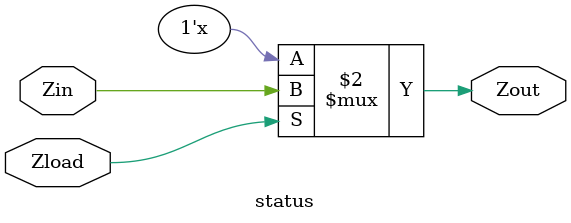
<source format=v>
module datapath(clk,readnum,vsel,loada,loadb,shift,asel,bsel,ALUop,loadc,loads,writenum,write,datapath_in,Z_out,datapath_out);
input [15:0] datapath_in;
input [2:0] writenum, readnum;
input vsel,write,clk,loada,loadb,loadc,loads,asel,bsel;
input [1:0] shift,ALUop;
output Z_out;
output [15:0] datapath_out;
wire [15:0] data_in, data_out,in,sout,out,Ain,Bin,aout;
wire Z;
//module instantiations for datapath names refer to lab 5 handout
MUX writeback (datapath_in,datapath_out,vsel,data_in);  
regfile REGFILE (data_in,writenum,write,readnum,clk,data_out);
pipeline PLA (data_out,loada,aout);
pipeline PLB (data_out,loadb,in);\

shifter U1 (in,shift,sout);
MUX mux6 (16'b0,aout,asel,Ain);
MUX mux7 ({11'b0,datapath_in[4:0]},sout,bsel,Bin);
ALU U2 (Ain,Bin,ALUop,out,Z);
pipeline PLC (out,loadc,datapath_out);
status zstatus (Z,loads,Z_out);
endmodule

module MUX (path_in,back,vselect,data); //Multiplexer
input [15:0] path_in,back;
input vselect;
output reg [15:0] data;
always @* begin
  case (vselect)
    1'b0: data=back;
    1'b1: data=path_in;
    default: data=16'bx;
  endcase
end
endmodule

module pipeline (enter,loader,return); //pipeline register 
input [15:0] enter;
input loader;
output reg [15:0] return;
always @* begin
  case (loader)
    1'b1:return=enter;
    1'b0:return=return;
    default: return=16'bx;
  endcase
end
endmodule


module status (Zin,Zload,Zout); //Status Block
input Zin,Zload;
output reg Zout;

  always @* begin  
    case (Zload)
      1'b0:Zout=Zout;
      1'b1:Zout=Zin;
      default: Zout=1'bx;
    endcase
  end
endmodule

</source>
